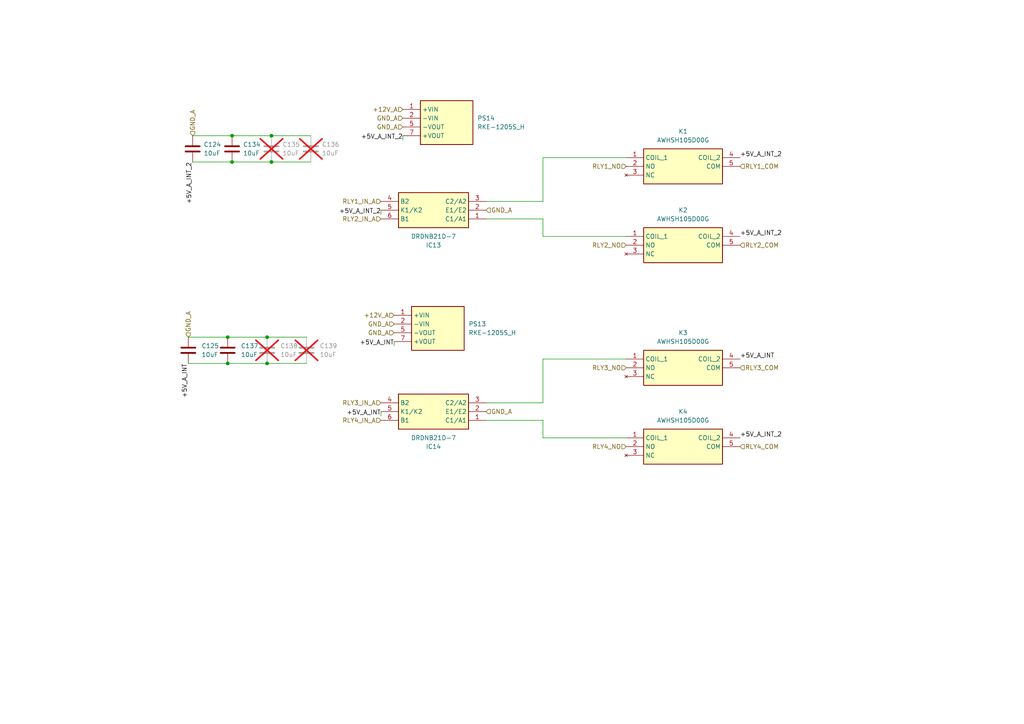
<source format=kicad_sch>
(kicad_sch (version 20250114) (generator "eeschema") (generator_version "9.0")
  (paper "A4")
  (lib_symbols
    (symbol "Device:C" (pin_numbers (hide yes)) (pin_names (offset 0.254))
      (property "Reference" "C" (at 0.635 2.54 0))
      (property "Value" "C" (at 0.635 -2.54 0))
      (symbol "C_0_1"
        (polyline (pts (xy -2.032 0.762) (xy 2.032 0.762)) (stroke (width 0.508)))
        (polyline (pts (xy -2.032 -0.762) (xy 2.032 -0.762)) (stroke (width 0.508)))
      )
      (symbol "C_1_1"
        (pin passive line (at 0 3.81 270) (length 2.794) (name "~") (number "1"))
        (pin passive line (at 0 -3.81 90) (length 2.794) (name "~") (number "2"))
      )
    )
    (symbol "InverterCom:AWHSH105D00G"
      (property "Reference" "K" (at 29.21 7.62 0))
      (property "Value" "AWHSH105D00G" (at 29.21 5.08 0))
      (symbol "AWHSH105D00G_1_1"
        (rectangle (start 5.08 2.54) (end 27.94 -7.62) (stroke (width 0.254)) (fill (type background)))
        (pin passive line (at 0 0 0) (length 5.08) (name "COIL_1") (number "1"))
        (pin passive line (at 0 -2.54 0) (length 5.08) (name "NO") (number "2"))
        (pin no_connect line (at 0 -5.08 0) (length 5.08) (name "NC") (number "3"))
        (pin passive line (at 33.02 0 180) (length 5.08) (name "COIL_2") (number "4"))
        (pin passive line (at 33.02 -2.54 180) (length 5.08) (name "COM") (number "5"))
      )
    )
    (symbol "InverterCom:DRDNB21D-7"
      (property "Reference" "IC" (at 26.67 7.62 0))
      (property "Value" "DRDNB21D-7" (at 26.67 5.08 0))
      (symbol "DRDNB21D-7_1_1"
        (rectangle (start 5.08 2.54) (end 25.4 -7.62) (stroke (width 0.254)) (fill (type background)))
        (pin passive line (at 0 0 0) (length 5.08) (name "C1/A1") (number "1"))
        (pin passive line (at 0 -2.54 0) (length 5.08) (name "E1/E2") (number "2"))
        (pin passive line (at 0 -5.08 0) (length 5.08) (name "C2/A2") (number "3"))
        (pin passive line (at 30.48 0 180) (length 5.08) (name "B1") (number "6"))
        (pin passive line (at 30.48 -2.54 180) (length 5.08) (name "K1/K2") (number "5"))
        (pin passive line (at 30.48 -5.08 180) (length 5.08) (name "B2") (number "4"))
      )
    )
    (symbol "InverterCom:RKE-1205S_H"
      (property "Reference" "PS" (at 21.59 7.62 0))
      (property "Value" "RKE-1205S_H" (at 21.59 5.08 0))
      (symbol "RKE-1205S_H_1_1"
        (rectangle (start 5.08 2.54) (end 20.32 -10.16) (stroke (width 0.254)) (fill (type background)))
        (pin passive line (at 0 0 0) (length 5.08) (name "+VIN") (number "1"))
        (pin passive line (at 0 -2.54 0) (length 5.08) (name "-VIN") (number "2"))
        (pin passive line (at 0 -5.08 0) (length 5.08) (name "-VOUT") (number "5"))
        (pin passive line (at 0 -7.62 0) (length 5.08) (name "+VOUT") (number "7"))
      )
    )
  )
  (junction (at 78.74 39.37))
  (junction (at 67.31 39.37))
  (junction (at 77.47 97.79))
  (junction (at 66.04 97.79))
  (junction (at 77.47 105.41))
  (junction (at 66.04 105.41))
  (junction (at 67.31 46.99))
  (junction (at 78.74 46.99))
  (wire (pts (xy 78.74 39.37) (xy 90.17 39.37)))
  (wire (pts (xy 181.61 45.72) (xy 157.48 45.72)))
  (wire (pts (xy 181.61 104.14) (xy 157.48 104.14)))
  (wire (pts (xy 116.84 40.64) (xy 116.84 39.37)))
  (wire (pts (xy 114.3 100.33) (xy 114.3 99.06)))
  (wire (pts (xy 110.49 120.65) (xy 110.49 119.38)))
  (wire (pts (xy 55.88 39.37) (xy 67.31 39.37)))
  (wire (pts (xy 157.48 68.58) (xy 157.48 63.5)))
  (wire (pts (xy 110.49 60.96) (xy 110.49 62.23)))
  (wire (pts (xy 157.48 45.72) (xy 157.48 58.42)))
  (wire (pts (xy 66.04 97.79) (xy 77.47 97.79)))
  (wire (pts (xy 67.31 46.99) (xy 78.74 46.99)))
  (wire (pts (xy 77.47 97.79) (xy 88.9 97.79)))
  (wire (pts (xy 54.61 105.41) (xy 66.04 105.41)))
  (wire (pts (xy 55.88 46.99) (xy 67.31 46.99)))
  (wire (pts (xy 67.31 39.37) (xy 78.74 39.37)))
  (wire (pts (xy 140.97 63.5) (xy 157.48 63.5)))
  (wire (pts (xy 157.48 58.42) (xy 140.97 58.42)))
  (wire (pts (xy 157.48 127) (xy 157.48 121.92)))
  (wire (pts (xy 140.97 121.92) (xy 157.48 121.92)))
  (wire (pts (xy 78.74 46.99) (xy 90.17 46.99)))
  (wire (pts (xy 181.61 127) (xy 157.48 127)))
  (wire (pts (xy 54.61 97.79) (xy 66.04 97.79)))
  (wire (pts (xy 181.61 68.58) (xy 157.48 68.58)))
  (wire (pts (xy 66.04 105.41) (xy 77.47 105.41)))
  (wire (pts (xy 77.47 105.41) (xy 88.9 105.41)))
  (wire (pts (xy 157.48 104.14) (xy 157.48 116.84)))
  (wire (pts (xy 157.48 116.84) (xy 140.97 116.84)))
  (label "+5V_A_INT_2" (at 214.63 45.72 0))
  (label "+5V_A_INT" (at 110.49 120.65 180))
  (label "+5V_A_INT_2" (at 214.63 68.58 0))
  (label "+5V_A_INT_2" (at 214.63 127 0))
  (label "+5V_A_INT_2" (at 55.88 46.99 270))
  (label "+5V_A_INT_2" (at 116.84 40.64 180))
  (label "+5V_A_INT" (at 54.61 105.41 270))
  (label "+5V_A_INT" (at 114.3 100.33 180))
  (label "+5V_A_INT" (at 214.63 104.14 0))
  (label "+5V_A_INT_2" (at 110.49 62.23 180))
  (hierarchical_label "RLY2_NO" (shape input) (at 181.61 71.12 180))
  (hierarchical_label "RLY3_COM" (shape input) (at 214.63 106.68 0))
  (hierarchical_label "RLY1_COM" (shape input) (at 214.63 48.26 0))
  (hierarchical_label "+12V_A" (shape input) (at 114.3 91.44 180))
  (hierarchical_label "RLY4_NO" (shape input) (at 181.61 129.54 180))
  (hierarchical_label "GND_A" (shape input) (at 140.97 119.38 0))
  (hierarchical_label "+12V_A" (shape input) (at 116.84 31.75 180))
  (hierarchical_label "RLY3_IN_A" (shape input) (at 110.49 116.84 180))
  (hierarchical_label "RLY1_NO" (shape input) (at 181.61 48.26 180))
  (hierarchical_label "GND_A" (shape input) (at 114.3 93.98 180))
  (hierarchical_label "RLY1_IN_A" (shape input) (at 110.49 58.42 180))
  (hierarchical_label "GND_A" (shape input) (at 140.97 60.96 0))
  (hierarchical_label "RLY3_NO" (shape input) (at 181.61 106.68 180))
  (hierarchical_label "GND_A" (shape input) (at 116.84 36.83 180))
  (hierarchical_label "RLY2_IN_A" (shape input) (at 110.49 63.5 180))
  (hierarchical_label "GND_A" (shape input) (at 54.61 97.79 90))
  (hierarchical_label "GND_A" (shape input) (at 114.3 96.52 180))
  (hierarchical_label "GND_A" (shape input) (at 55.88 39.37 90))
  (hierarchical_label "RLY2_COM" (shape input) (at 214.63 71.12 0))
  (hierarchical_label "RLY4_COM" (shape input) (at 214.63 129.54 0))
  (hierarchical_label "GND_A" (shape input) (at 116.84 34.29 180))
  (hierarchical_label "RLY4_IN_A" (shape input) (at 110.49 121.92 180))
  (symbol (lib_id "InverterCom:DRDNB21D-7") (at 140.97 63.5 180) (unit 1)
    (property "Reference" "IC13" (at 125.73 71.12 0))
    (property "Value" "DRDNB21D-7" (at 125.73 68.58 0))
    (property "Footprint" "InverterCom:SOT65P210X110-6N" (effects (hide yes)))
    (property "Datasheet" "https://www.diodes.com//assets/Datasheets/ds30756.pdf" (effects (hide yes)))
    (property "Description" "Diodes Inc, DRDNB21D-7, Dual NPN Digital Transistor, 100 mA 50 V, 6-Pin SOT-363" (effects (hide yes)))
    (property "Height" "1.1" (effects (hide yes)))
    (property "Mouser Part Number" "621-DRDNB21D-7" (effects (hide yes)))
    (property "Mouser Price/Stock" "https://www.mouser.co.uk/ProductDetail/Diodes-Incorporated/DRDNB21D-7?qs=mQbszxtPdlPuLejzjzn%2Fng%3D%3D" (effects (hide yes)))
    (property "Manufacturer_Name" "Diodes Incorporated" (effects (hide yes)))
    (property "Manufacturer_Part_Number" "DRDNB21D-7" (effects (hide yes)))
  )
  (symbol (lib_id "InverterCom:AWHSH105D00G") (at 181.61 68.58 0) (unit 1)
    (property "Reference" "K2" (at 198.12 60.96 0))
    (property "Value" "AWHSH105D00G" (at 198.12 63.5 0))
    (property "Footprint" "InverterCom:AWHSH105D00G" (effects (hide yes)))
    (property "Datasheet" "https://g.componentsearchengine.com/Datasheets/0/17861032.pdf" (effects (hide yes)))
    (property "Description" "General Purpose Relays Commercial RelayRated Carrying Current :15AType of Sealing : Sealed and Waterproof TypeNumber of pole : one poleCoil Voltage : 5VCoil Type : Standard DC CoilContact Form : Form C" (effects (hide yes)))
    (property "Height" "15.3" (effects (hide yes)))
    (property "Mouser Part Number" "523-AWHSH105D00G" (effects (hide yes)))
    (property "Mouser Price/Stock" "https://www.mouser.co.uk/ProductDetail/Amphenol-Anytek/AWHSH105D00G?qs=rSMjJ%252B1ewcT7jFUGTuCYSw%3D%3D" (effects (hide yes)))
    (property "Manufacturer_Name" "Amphenol" (effects (hide yes)))
    (property "Manufacturer_Part_Number" "AWHSH105D00G" (effects (hide yes)))
  )
  (symbol (lib_id "InverterCom:DRDNB21D-7") (at 140.97 121.92 180) (unit 1)
    (property "Reference" "IC14" (at 125.73 129.54 0))
    (property "Value" "DRDNB21D-7" (at 125.73 127 0))
    (property "Footprint" "InverterCom:SOT65P210X110-6N" (effects (hide yes)))
    (property "Datasheet" "https://www.diodes.com//assets/Datasheets/ds30756.pdf" (effects (hide yes)))
    (property "Description" "Diodes Inc, DRDNB21D-7, Dual NPN Digital Transistor, 100 mA 50 V, 6-Pin SOT-363" (effects (hide yes)))
    (property "Height" "1.1" (effects (hide yes)))
    (property "Mouser Part Number" "621-DRDNB21D-7" (effects (hide yes)))
    (property "Mouser Price/Stock" "https://www.mouser.co.uk/ProductDetail/Diodes-Incorporated/DRDNB21D-7?qs=mQbszxtPdlPuLejzjzn%2Fng%3D%3D" (effects (hide yes)))
    (property "Manufacturer_Name" "Diodes Incorporated" (effects (hide yes)))
    (property "Manufacturer_Part_Number" "DRDNB21D-7" (effects (hide yes)))
  )
  (symbol (lib_id "Device:C") (at 88.9 101.6 0) (unit 1) (dnp yes)
    (property "Reference" "C139" (at 92.71 100.3299 0) (effects (justify left)))
    (property "Value" "10uF" (at 92.71 102.8699 0) (effects (justify left)))
    (property "Footprint" "Capacitor_SMD:C_1210_3225Metric_Pad1.33x2.70mm_HandSolder" (effects (hide yes)))
    (property "Description" "Unpolarized capacitor" (effects (hide yes)))
  )
  (symbol (lib_id "Device:C") (at 77.47 101.6 0) (unit 1) (dnp yes)
    (property "Reference" "C138" (at 81.28 100.3299 0) (effects (justify left)))
    (property "Value" "10uF" (at 81.28 102.8699 0) (effects (justify left)))
    (property "Footprint" "Capacitor_SMD:C_1210_3225Metric_Pad1.33x2.70mm_HandSolder" (effects (hide yes)))
    (property "Description" "Unpolarized capacitor" (effects (hide yes)))
  )
  (symbol (lib_id "Device:C") (at 78.74 43.18 0) (unit 1) (dnp yes)
    (property "Reference" "C135" (at 81.915 41.9099 0) (effects (justify left)))
    (property "Value" "10uF" (at 81.915 44.4499 0) (effects (justify left)))
    (property "Footprint" "Capacitor_SMD:C_1210_3225Metric_Pad1.33x2.70mm_HandSolder" (effects (hide yes)))
    (property "Description" "Unpolarized capacitor" (effects (hide yes)))
  )
  (symbol (lib_id "Device:C") (at 54.61 101.6 0) (unit 1)
    (property "Reference" "C125" (at 58.42 100.3299 0) (effects (justify left)))
    (property "Value" "10uF" (at 58.42 102.8699 0) (effects (justify left)))
    (property "Footprint" "Capacitor_SMD:C_1210_3225Metric_Pad1.33x2.70mm_HandSolder" (effects (hide yes)))
    (property "Description" "Unpolarized capacitor" (effects (hide yes)))
  )
  (symbol (lib_id "InverterCom:RKE-1205S_H") (at 114.3 91.44 0) (unit 1)
    (property "Reference" "PS13" (at 135.89 93.9799 0) (effects (justify left)))
    (property "Value" "RKE-1205S_H" (at 135.89 96.5199 0) (effects (justify left)))
    (property "Footprint" "InverterCom:RKE1205SH" (effects (hide yes)))
    (property "Datasheet" "https://www.recom-power.com/pdf/Econoline/RKE.pdf" (effects (hide yes)))
    (property "Description" "Recom Through Hole 1W Isolated DC-DC Converter, Vin Maximum of 12 V dc, I/O isolation 4kV dc, Vout 5V dc" (effects (hide yes)))
    (property "Height" "10.7" (effects (hide yes)))
    (property "Mouser Part Number" "919-RKE-1205S/H" (effects (hide yes)))
    (property "Mouser Price/Stock" "https://www.mouser.co.uk/ProductDetail/RECOM-Power/RKE-1205S-H?qs=IFMNCcK%2FBZwj8OgeraTUUA%3D%3D" (effects (hide yes)))
    (property "Manufacturer_Name" "RECOM Power" (effects (hide yes)))
    (property "Manufacturer_Part_Number" "RKE-1205S/H" (effects (hide yes)))
  )
  (symbol (lib_id "Device:C") (at 90.17 43.18 0) (unit 1) (dnp yes)
    (property "Reference" "C136" (at 93.345 41.9099 0) (effects (justify left)))
    (property "Value" "10uF" (at 93.345 44.4499 0) (effects (justify left)))
    (property "Footprint" "Capacitor_SMD:C_1210_3225Metric_Pad1.33x2.70mm_HandSolder" (effects (hide yes)))
    (property "Description" "Unpolarized capacitor" (effects (hide yes)))
  )
  (symbol (lib_id "InverterCom:RKE-1205S_H") (at 116.84 31.75 0) (unit 1)
    (property "Reference" "PS14" (at 138.43 34.2899 0) (effects (justify left)))
    (property "Value" "RKE-1205S_H" (at 138.43 36.8299 0) (effects (justify left)))
    (property "Footprint" "InverterCom:RKE1205SH" (effects (hide yes)))
    (property "Datasheet" "https://www.recom-power.com/pdf/Econoline/RKE.pdf" (effects (hide yes)))
    (property "Description" "Recom Through Hole 1W Isolated DC-DC Converter, Vin Maximum of 12 V dc, I/O isolation 4kV dc, Vout 5V dc" (effects (hide yes)))
    (property "Height" "10.7" (effects (hide yes)))
    (property "Mouser Part Number" "919-RKE-1205S/H" (effects (hide yes)))
    (property "Mouser Price/Stock" "https://www.mouser.co.uk/ProductDetail/RECOM-Power/RKE-1205S-H?qs=IFMNCcK%2FBZwj8OgeraTUUA%3D%3D" (effects (hide yes)))
    (property "Manufacturer_Name" "RECOM Power" (effects (hide yes)))
    (property "Manufacturer_Part_Number" "RKE-1205S/H" (effects (hide yes)))
  )
  (symbol (lib_id "Device:C") (at 67.31 43.18 0) (unit 1)
    (property "Reference" "C134" (at 70.485 41.9099 0) (effects (justify left)))
    (property "Value" "10uF" (at 70.485 44.4499 0) (effects (justify left)))
    (property "Footprint" "Capacitor_SMD:C_1210_3225Metric_Pad1.33x2.70mm_HandSolder" (effects (hide yes)))
    (property "Description" "Unpolarized capacitor" (effects (hide yes)))
  )
  (symbol (lib_id "InverterCom:AWHSH105D00G") (at 181.61 127 0) (unit 1)
    (property "Reference" "K4" (at 198.12 119.38 0))
    (property "Value" "AWHSH105D00G" (at 198.12 121.92 0))
    (property "Footprint" "InverterCom:AWHSH105D00G" (effects (hide yes)))
    (property "Datasheet" "https://g.componentsearchengine.com/Datasheets/0/17861032.pdf" (effects (hide yes)))
    (property "Description" "General Purpose Relays Commercial RelayRated Carrying Current :15AType of Sealing : Sealed and Waterproof TypeNumber of pole : one poleCoil Voltage : 5VCoil Type : Standard DC CoilContact Form : Form C" (effects (hide yes)))
    (property "Height" "15.3" (effects (hide yes)))
    (property "Mouser Part Number" "523-AWHSH105D00G" (effects (hide yes)))
    (property "Mouser Price/Stock" "https://www.mouser.co.uk/ProductDetail/Amphenol-Anytek/AWHSH105D00G?qs=rSMjJ%252B1ewcT7jFUGTuCYSw%3D%3D" (effects (hide yes)))
    (property "Manufacturer_Name" "Amphenol" (effects (hide yes)))
    (property "Manufacturer_Part_Number" "AWHSH105D00G" (effects (hide yes)))
  )
  (symbol (lib_id "Device:C") (at 55.88 43.18 0) (unit 1)
    (property "Reference" "C124" (at 59.055 41.9099 0) (effects (justify left)))
    (property "Value" "10uF" (at 59.055 44.4499 0) (effects (justify left)))
    (property "Footprint" "Capacitor_SMD:C_1210_3225Metric_Pad1.33x2.70mm_HandSolder" (effects (hide yes)))
    (property "Description" "Unpolarized capacitor" (effects (hide yes)))
  )
  (symbol (lib_id "Device:C") (at 66.04 101.6 0) (unit 1)
    (property "Reference" "C137" (at 69.85 100.3299 0) (effects (justify left)))
    (property "Value" "10uF" (at 69.85 102.8699 0) (effects (justify left)))
    (property "Footprint" "Capacitor_SMD:C_1210_3225Metric_Pad1.33x2.70mm_HandSolder" (effects (hide yes)))
    (property "Description" "Unpolarized capacitor" (effects (hide yes)))
  )
  (symbol (lib_id "InverterCom:AWHSH105D00G") (at 181.61 104.14 0) (unit 1)
    (property "Reference" "K3" (at 198.12 96.52 0))
    (property "Value" "AWHSH105D00G" (at 198.12 99.06 0))
    (property "Footprint" "InverterCom:AWHSH105D00G" (effects (hide yes)))
    (property "Datasheet" "https://g.componentsearchengine.com/Datasheets/0/17861032.pdf" (effects (hide yes)))
    (property "Description" "General Purpose Relays Commercial RelayRated Carrying Current :15AType of Sealing : Sealed and Waterproof TypeNumber of pole : one poleCoil Voltage : 5VCoil Type : Standard DC CoilContact Form : Form C" (effects (hide yes)))
    (property "Height" "15.3" (effects (hide yes)))
    (property "Mouser Part Number" "523-AWHSH105D00G" (effects (hide yes)))
    (property "Mouser Price/Stock" "https://www.mouser.co.uk/ProductDetail/Amphenol-Anytek/AWHSH105D00G?qs=rSMjJ%252B1ewcT7jFUGTuCYSw%3D%3D" (effects (hide yes)))
    (property "Manufacturer_Name" "Amphenol" (effects (hide yes)))
    (property "Manufacturer_Part_Number" "AWHSH105D00G" (effects (hide yes)))
  )
  (symbol (lib_id "InverterCom:AWHSH105D00G") (at 181.61 45.72 0) (unit 1)
    (property "Reference" "K1" (at 198.12 38.1 0))
    (property "Value" "AWHSH105D00G" (at 198.12 40.64 0))
    (property "Footprint" "InverterCom:AWHSH105D00G" (effects (hide yes)))
    (property "Datasheet" "https://g.componentsearchengine.com/Datasheets/0/17861032.pdf" (effects (hide yes)))
    (property "Description" "General Purpose Relays Commercial RelayRated Carrying Current :15AType of Sealing : Sealed and Waterproof TypeNumber of pole : one poleCoil Voltage : 5VCoil Type : Standard DC CoilContact Form : Form C" (effects (hide yes)))
    (property "Height" "15.3" (effects (hide yes)))
    (property "Mouser Part Number" "523-AWHSH105D00G" (effects (hide yes)))
    (property "Mouser Price/Stock" "https://www.mouser.co.uk/ProductDetail/Amphenol-Anytek/AWHSH105D00G?qs=rSMjJ%252B1ewcT7jFUGTuCYSw%3D%3D" (effects (hide yes)))
    (property "Manufacturer_Name" "Amphenol" (effects (hide yes)))
    (property "Manufacturer_Part_Number" "AWHSH105D00G" (effects (hide yes)))
  )
)
</source>
